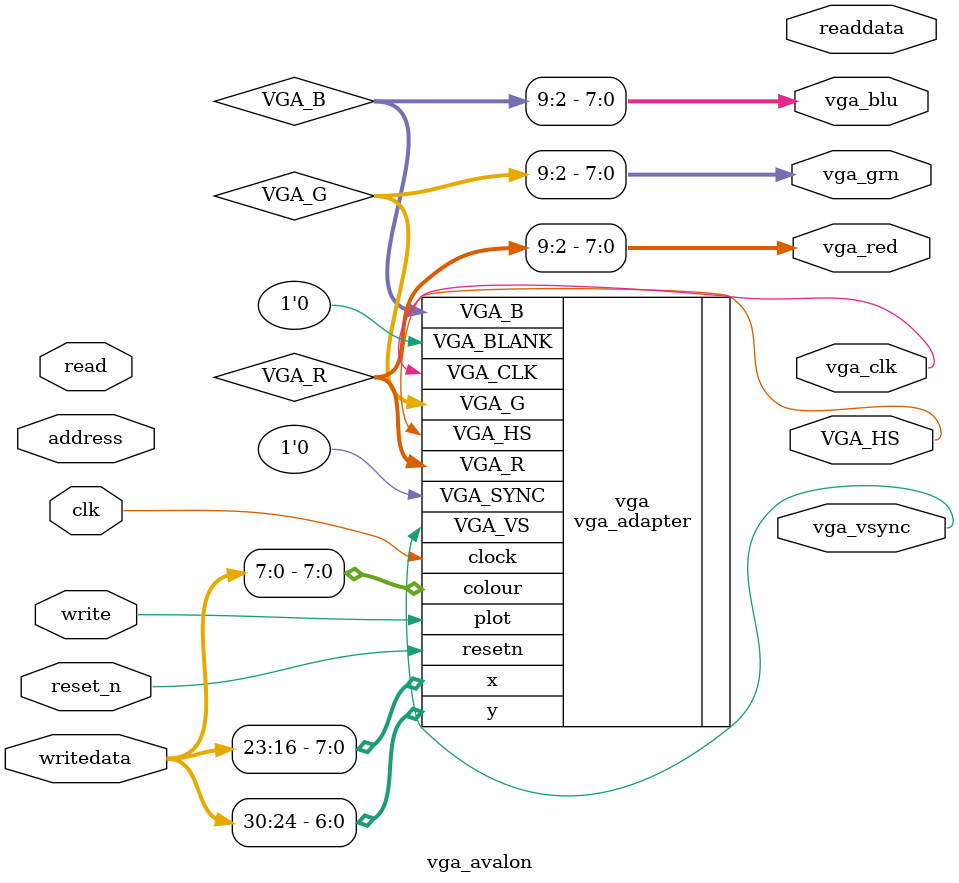
<source format=sv>
module vga_avalon(input logic clk, input logic reset_n,
                  input logic [3:0] address,
                  input logic read, output logic [31:0] readdata,
                  input logic write, input logic [31:0] writedata,
                  output logic [7:0] vga_red, output logic [7:0] vga_grn, output logic [7:0] vga_blu,
                  output logic VGA_HS, output logic vga_vsync, output logic vga_clk);

    
    // your Avalon slave implementation goes here

	 logic [9:0] VGA_R;
	 logic [9:0] VGA_G;
	 logic [9:0] VGA_B;
	 
	 assign vga_red = VGA_R[9:2];
	 assign vga_grn = VGA_G[9:2];
	 assign vga_blu = VGA_B[9:2];
	 
    vga_adapter #( .RESOLUTION("320x240"), .MONOCHROME("TRUE"), .BITS_PER_COLOUR_CHANNEL(8) )
	vga( 
		.resetn(reset_n),
		.clock(clk),
		.colour(writedata[7:0]),
		.x(writedata[23:16]),
		.y(writedata[30:24]),
		.plot(write),
		.VGA_R(VGA_R),
		.VGA_G(VGA_G),
		.VGA_B(VGA_B),
		.VGA_HS(VGA_HS),
		.VGA_VS(vga_vsync),
		.VGA_BLANK(1'b0),
		.VGA_SYNC(1'b0),
		.VGA_CLK(vga_clk)
	);

    // NOTE: We will ignore the VGA_SYNC and VGA_BLANK signals.
    //       Either don't connect them or connect them to dangling wires.
    //       In addition, the VGA_{R,G,B} should be the upper 8 bits of the VGA module outputs.

endmodule: vga_avalon

</source>
